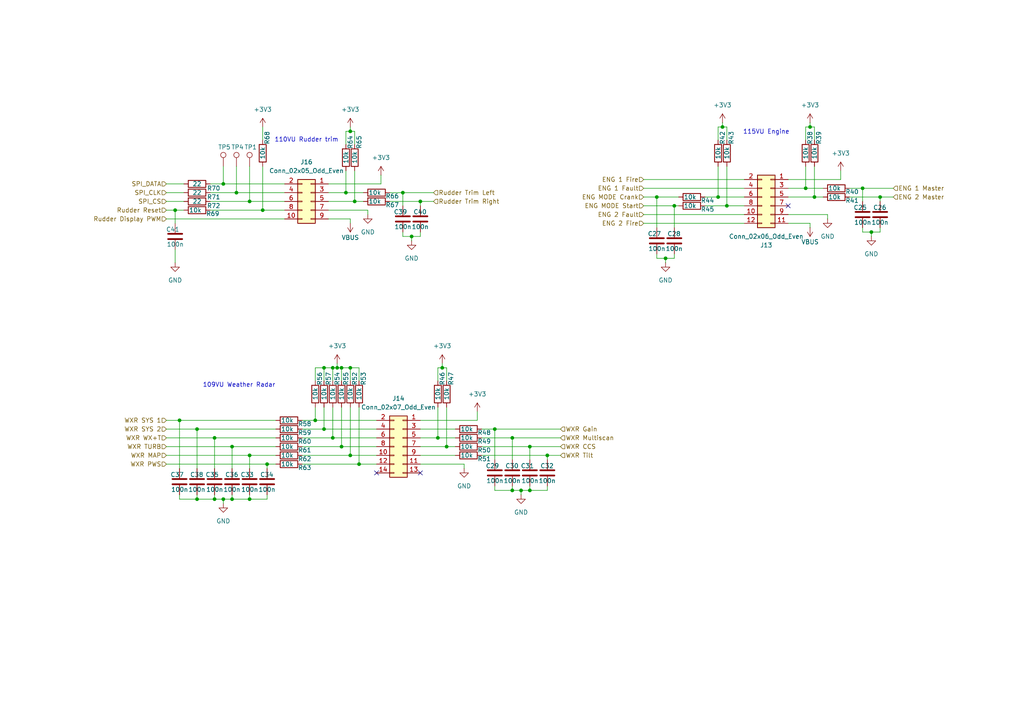
<source format=kicad_sch>
(kicad_sch (version 20231120) (generator "eeschema") (generator_version "8.0")
  (paper "A4")
  (junction (at 153.67 129.54))
  (junction (at 236.22 57.15))
  (junction (at 148.59 142.24))
  (junction (at 195.58 59.69))
  (junction (at 50.8 60.96))
  (junction (at 64.77 53.34))
  (junction (at 148.59 127))
  (junction (at 91.44 121.92))
  (junction (at 119.38 68.58))
  (junction (at 52.07 121.92))
  (junction (at 233.68 54.61))
  (junction (at 153.67 142.24))
  (junction (at 104.14 134.62))
  (junction (at 102.87 58.42))
  (junction (at 93.98 124.46))
  (junction (at 72.39 58.42))
  (junction (at 250.19 54.61))
  (junction (at 97.79 106.68))
  (junction (at 208.28 57.15))
  (junction (at 67.31 144.78))
  (junction (at 57.15 124.46))
  (junction (at 99.06 106.68))
  (junction (at 128.27 106.68))
  (junction (at 101.6 106.68))
  (junction (at 158.75 132.08))
  (junction (at 193.04 74.93))
  (junction (at 67.31 129.54))
  (junction (at 127 127))
  (junction (at 151.13 142.24))
  (junction (at 234.95 36.83))
  (junction (at 62.23 144.78))
  (junction (at 210.82 59.69))
  (junction (at 255.27 57.15))
  (junction (at 209.55 36.83))
  (junction (at 77.47 134.62))
  (junction (at 101.6 38.1))
  (junction (at 129.54 129.54))
  (junction (at 76.2 60.96))
  (junction (at 96.52 127))
  (junction (at 64.77 144.78))
  (junction (at 190.5 57.15))
  (junction (at 121.92 58.42))
  (junction (at 72.39 132.08))
  (junction (at 96.52 106.68))
  (junction (at 57.15 144.78))
  (junction (at 72.39 144.78))
  (junction (at 100.33 55.88))
  (junction (at 143.51 124.46))
  (junction (at 68.58 55.88))
  (junction (at 101.6 132.08))
  (junction (at 62.23 127))
  (junction (at 116.84 55.88))
  (junction (at 252.73 67.31))
  (junction (at 99.06 129.54))
  (junction (at 93.98 106.68))
  (no_connect (at 121.92 137.16))
  (no_connect (at 109.22 137.16))
  (no_connect (at 228.6 59.69))
  (wire (pts (xy 255.27 67.31) (xy 252.73 67.31)))
  (wire (pts (xy 138.43 119.38) (xy 138.43 121.92)))
  (wire (pts (xy 148.59 127) (xy 148.59 133.35)))
  (wire (pts (xy 72.39 132.08) (xy 80.01 132.08)))
  (wire (pts (xy 158.75 132.08) (xy 158.75 133.35)))
  (wire (pts (xy 236.22 48.26) (xy 236.22 57.15)))
  (wire (pts (xy 95.25 63.5) (xy 101.6 63.5)))
  (wire (pts (xy 52.07 144.78) (xy 57.15 144.78)))
  (wire (pts (xy 95.25 53.34) (xy 110.49 53.34)))
  (wire (pts (xy 93.98 124.46) (xy 109.22 124.46)))
  (wire (pts (xy 60.96 53.34) (xy 64.77 53.34)))
  (wire (pts (xy 76.2 36.83) (xy 76.2 40.64)))
  (wire (pts (xy 77.47 134.62) (xy 80.01 134.62)))
  (wire (pts (xy 101.6 38.1) (xy 101.6 36.83)))
  (wire (pts (xy 116.84 68.58) (xy 116.84 67.31)))
  (wire (pts (xy 139.7 129.54) (xy 153.67 129.54)))
  (wire (pts (xy 101.6 106.68) (xy 101.6 110.49)))
  (wire (pts (xy 50.8 60.96) (xy 53.34 60.96)))
  (wire (pts (xy 186.69 64.77) (xy 215.9 64.77)))
  (wire (pts (xy 252.73 67.31) (xy 250.19 67.31)))
  (wire (pts (xy 204.47 59.69) (xy 210.82 59.69)))
  (wire (pts (xy 95.25 58.42) (xy 102.87 58.42)))
  (wire (pts (xy 121.92 121.92) (xy 138.43 121.92)))
  (wire (pts (xy 113.03 58.42) (xy 121.92 58.42)))
  (wire (pts (xy 95.25 60.96) (xy 106.68 60.96)))
  (wire (pts (xy 67.31 129.54) (xy 67.31 135.89)))
  (wire (pts (xy 67.31 144.78) (xy 64.77 144.78)))
  (wire (pts (xy 158.75 142.24) (xy 153.67 142.24)))
  (wire (pts (xy 72.39 132.08) (xy 72.39 135.89)))
  (wire (pts (xy 121.92 58.42) (xy 121.92 59.69)))
  (wire (pts (xy 91.44 121.92) (xy 109.22 121.92)))
  (wire (pts (xy 48.26 55.88) (xy 53.34 55.88)))
  (wire (pts (xy 101.6 118.11) (xy 101.6 132.08)))
  (wire (pts (xy 121.92 124.46) (xy 132.08 124.46)))
  (wire (pts (xy 236.22 57.15) (xy 238.76 57.15)))
  (wire (pts (xy 101.6 64.77) (xy 101.6 63.5)))
  (wire (pts (xy 209.55 36.83) (xy 209.55 35.56)))
  (wire (pts (xy 134.62 134.62) (xy 134.62 135.89)))
  (wire (pts (xy 246.38 54.61) (xy 250.19 54.61)))
  (wire (pts (xy 99.06 118.11) (xy 99.06 129.54)))
  (wire (pts (xy 104.14 134.62) (xy 109.22 134.62)))
  (wire (pts (xy 77.47 144.78) (xy 72.39 144.78)))
  (wire (pts (xy 106.68 60.96) (xy 106.68 62.23)))
  (wire (pts (xy 48.26 129.54) (xy 67.31 129.54)))
  (wire (pts (xy 48.26 134.62) (xy 77.47 134.62)))
  (wire (pts (xy 139.7 127) (xy 148.59 127)))
  (wire (pts (xy 87.63 121.92) (xy 91.44 121.92)))
  (wire (pts (xy 102.87 41.91) (xy 102.87 38.1)))
  (wire (pts (xy 250.19 54.61) (xy 259.08 54.61)))
  (wire (pts (xy 57.15 144.78) (xy 62.23 144.78)))
  (wire (pts (xy 127 110.49) (xy 127 106.68)))
  (wire (pts (xy 62.23 127) (xy 80.01 127)))
  (wire (pts (xy 195.58 59.69) (xy 196.85 59.69)))
  (wire (pts (xy 62.23 143.51) (xy 62.23 144.78)))
  (wire (pts (xy 153.67 140.97) (xy 153.67 142.24)))
  (wire (pts (xy 64.77 53.34) (xy 82.55 53.34)))
  (wire (pts (xy 91.44 118.11) (xy 91.44 121.92)))
  (wire (pts (xy 127 106.68) (xy 128.27 106.68)))
  (wire (pts (xy 210.82 36.83) (xy 209.55 36.83)))
  (wire (pts (xy 52.07 121.92) (xy 80.01 121.92)))
  (wire (pts (xy 119.38 68.58) (xy 116.84 68.58)))
  (wire (pts (xy 228.6 54.61) (xy 233.68 54.61)))
  (wire (pts (xy 121.92 132.08) (xy 132.08 132.08)))
  (wire (pts (xy 101.6 106.68) (xy 99.06 106.68)))
  (wire (pts (xy 72.39 143.51) (xy 72.39 144.78)))
  (wire (pts (xy 116.84 55.88) (xy 125.73 55.88)))
  (wire (pts (xy 195.58 74.93) (xy 193.04 74.93)))
  (wire (pts (xy 228.6 64.77) (xy 234.95 64.77)))
  (wire (pts (xy 236.22 36.83) (xy 234.95 36.83)))
  (wire (pts (xy 233.68 54.61) (xy 238.76 54.61)))
  (wire (pts (xy 208.28 48.26) (xy 208.28 57.15)))
  (wire (pts (xy 121.92 68.58) (xy 119.38 68.58)))
  (wire (pts (xy 68.58 48.26) (xy 68.58 55.88)))
  (wire (pts (xy 87.63 124.46) (xy 93.98 124.46)))
  (wire (pts (xy 193.04 74.93) (xy 190.5 74.93)))
  (wire (pts (xy 186.69 54.61) (xy 215.9 54.61)))
  (wire (pts (xy 99.06 106.68) (xy 99.06 110.49)))
  (wire (pts (xy 57.15 143.51) (xy 57.15 144.78)))
  (wire (pts (xy 186.69 62.23) (xy 215.9 62.23)))
  (wire (pts (xy 50.8 72.39) (xy 50.8 76.2)))
  (wire (pts (xy 148.59 127) (xy 162.56 127)))
  (wire (pts (xy 129.54 106.68) (xy 128.27 106.68)))
  (wire (pts (xy 64.77 144.78) (xy 64.77 146.05)))
  (wire (pts (xy 233.68 40.64) (xy 233.68 36.83)))
  (wire (pts (xy 121.92 127) (xy 127 127)))
  (wire (pts (xy 96.52 118.11) (xy 96.52 127)))
  (wire (pts (xy 48.26 121.92) (xy 52.07 121.92)))
  (wire (pts (xy 99.06 106.68) (xy 97.79 106.68)))
  (wire (pts (xy 93.98 118.11) (xy 93.98 124.46)))
  (wire (pts (xy 139.7 124.46) (xy 143.51 124.46)))
  (wire (pts (xy 228.6 57.15) (xy 236.22 57.15)))
  (wire (pts (xy 246.38 57.15) (xy 255.27 57.15)))
  (wire (pts (xy 93.98 106.68) (xy 96.52 106.68)))
  (wire (pts (xy 250.19 67.31) (xy 250.19 66.04)))
  (wire (pts (xy 250.19 54.61) (xy 250.19 58.42)))
  (wire (pts (xy 252.73 68.58) (xy 252.73 67.31)))
  (wire (pts (xy 60.96 60.96) (xy 76.2 60.96)))
  (wire (pts (xy 228.6 62.23) (xy 240.03 62.23)))
  (wire (pts (xy 87.63 132.08) (xy 101.6 132.08)))
  (wire (pts (xy 210.82 40.64) (xy 210.82 36.83)))
  (wire (pts (xy 104.14 110.49) (xy 104.14 106.68)))
  (wire (pts (xy 77.47 134.62) (xy 77.47 135.89)))
  (wire (pts (xy 113.03 55.88) (xy 116.84 55.88)))
  (wire (pts (xy 102.87 49.53) (xy 102.87 58.42)))
  (wire (pts (xy 48.26 60.96) (xy 50.8 60.96)))
  (wire (pts (xy 68.58 55.88) (xy 82.55 55.88)))
  (wire (pts (xy 128.27 106.68) (xy 128.27 105.41)))
  (wire (pts (xy 243.84 49.53) (xy 243.84 52.07)))
  (wire (pts (xy 91.44 110.49) (xy 91.44 106.68)))
  (wire (pts (xy 186.69 59.69) (xy 195.58 59.69)))
  (wire (pts (xy 100.33 41.91) (xy 100.33 38.1)))
  (wire (pts (xy 193.04 76.2) (xy 193.04 74.93)))
  (wire (pts (xy 93.98 110.49) (xy 93.98 106.68)))
  (wire (pts (xy 143.51 124.46) (xy 162.56 124.46)))
  (wire (pts (xy 110.49 50.8) (xy 110.49 53.34)))
  (wire (pts (xy 72.39 48.26) (xy 72.39 58.42)))
  (wire (pts (xy 208.28 57.15) (xy 215.9 57.15)))
  (wire (pts (xy 228.6 52.07) (xy 243.84 52.07)))
  (wire (pts (xy 48.26 63.5) (xy 82.55 63.5)))
  (wire (pts (xy 153.67 129.54) (xy 153.67 133.35)))
  (wire (pts (xy 100.33 38.1) (xy 101.6 38.1)))
  (wire (pts (xy 129.54 110.49) (xy 129.54 106.68)))
  (wire (pts (xy 72.39 58.42) (xy 82.55 58.42)))
  (wire (pts (xy 52.07 143.51) (xy 52.07 144.78)))
  (wire (pts (xy 121.92 134.62) (xy 134.62 134.62)))
  (wire (pts (xy 190.5 57.15) (xy 196.85 57.15)))
  (wire (pts (xy 48.26 124.46) (xy 57.15 124.46)))
  (wire (pts (xy 104.14 118.11) (xy 104.14 134.62)))
  (wire (pts (xy 121.92 67.31) (xy 121.92 68.58)))
  (wire (pts (xy 99.06 129.54) (xy 109.22 129.54)))
  (wire (pts (xy 64.77 48.26) (xy 64.77 53.34)))
  (wire (pts (xy 48.26 53.34) (xy 53.34 53.34)))
  (wire (pts (xy 143.51 142.24) (xy 148.59 142.24)))
  (wire (pts (xy 151.13 142.24) (xy 151.13 143.51)))
  (wire (pts (xy 102.87 58.42) (xy 105.41 58.42)))
  (wire (pts (xy 127 127) (xy 132.08 127)))
  (wire (pts (xy 143.51 124.46) (xy 143.51 133.35)))
  (wire (pts (xy 153.67 129.54) (xy 162.56 129.54)))
  (wire (pts (xy 158.75 140.97) (xy 158.75 142.24)))
  (wire (pts (xy 233.68 48.26) (xy 233.68 54.61)))
  (wire (pts (xy 210.82 59.69) (xy 215.9 59.69)))
  (wire (pts (xy 87.63 127) (xy 96.52 127)))
  (wire (pts (xy 87.63 129.54) (xy 99.06 129.54)))
  (wire (pts (xy 210.82 48.26) (xy 210.82 59.69)))
  (wire (pts (xy 52.07 121.92) (xy 52.07 135.89)))
  (wire (pts (xy 153.67 142.24) (xy 151.13 142.24)))
  (wire (pts (xy 87.63 134.62) (xy 104.14 134.62)))
  (wire (pts (xy 67.31 129.54) (xy 80.01 129.54)))
  (wire (pts (xy 139.7 132.08) (xy 158.75 132.08)))
  (wire (pts (xy 48.26 58.42) (xy 53.34 58.42)))
  (wire (pts (xy 121.92 129.54) (xy 129.54 129.54)))
  (wire (pts (xy 102.87 38.1) (xy 101.6 38.1)))
  (wire (pts (xy 60.96 55.88) (xy 68.58 55.88)))
  (wire (pts (xy 234.95 66.04) (xy 234.95 64.77)))
  (wire (pts (xy 60.96 58.42) (xy 72.39 58.42)))
  (wire (pts (xy 129.54 118.11) (xy 129.54 129.54)))
  (wire (pts (xy 62.23 144.78) (xy 64.77 144.78)))
  (wire (pts (xy 100.33 49.53) (xy 100.33 55.88)))
  (wire (pts (xy 255.27 57.15) (xy 259.08 57.15)))
  (wire (pts (xy 104.14 106.68) (xy 101.6 106.68)))
  (wire (pts (xy 129.54 129.54) (xy 132.08 129.54)))
  (wire (pts (xy 143.51 140.97) (xy 143.51 142.24)))
  (wire (pts (xy 148.59 142.24) (xy 151.13 142.24)))
  (wire (pts (xy 255.27 66.04) (xy 255.27 67.31)))
  (wire (pts (xy 97.79 106.68) (xy 97.79 105.41)))
  (wire (pts (xy 48.26 127) (xy 62.23 127)))
  (wire (pts (xy 57.15 124.46) (xy 57.15 135.89)))
  (wire (pts (xy 57.15 124.46) (xy 80.01 124.46)))
  (wire (pts (xy 119.38 69.85) (xy 119.38 68.58)))
  (wire (pts (xy 91.44 106.68) (xy 93.98 106.68)))
  (wire (pts (xy 186.69 52.07) (xy 215.9 52.07)))
  (wire (pts (xy 195.58 59.69) (xy 195.58 66.04)))
  (wire (pts (xy 96.52 106.68) (xy 97.79 106.68)))
  (wire (pts (xy 95.25 55.88) (xy 100.33 55.88)))
  (wire (pts (xy 190.5 74.93) (xy 190.5 73.66)))
  (wire (pts (xy 67.31 143.51) (xy 67.31 144.78)))
  (wire (pts (xy 96.52 127) (xy 109.22 127)))
  (wire (pts (xy 195.58 73.66) (xy 195.58 74.93)))
  (wire (pts (xy 186.69 57.15) (xy 190.5 57.15)))
  (wire (pts (xy 234.95 36.83) (xy 234.95 35.56)))
  (wire (pts (xy 48.26 132.08) (xy 72.39 132.08)))
  (wire (pts (xy 208.28 36.83) (xy 209.55 36.83)))
  (wire (pts (xy 208.28 40.64) (xy 208.28 36.83)))
  (wire (pts (xy 77.47 143.51) (xy 77.47 144.78)))
  (wire (pts (xy 233.68 36.83) (xy 234.95 36.83)))
  (wire (pts (xy 158.75 132.08) (xy 162.56 132.08)))
  (wire (pts (xy 76.2 60.96) (xy 82.55 60.96)))
  (wire (pts (xy 72.39 144.78) (xy 67.31 144.78)))
  (wire (pts (xy 240.03 62.23) (xy 240.03 63.5)))
  (wire (pts (xy 121.92 58.42) (xy 125.73 58.42)))
  (wire (pts (xy 116.84 55.88) (xy 116.84 59.69)))
  (wire (pts (xy 204.47 57.15) (xy 208.28 57.15)))
  (wire (pts (xy 62.23 127) (xy 62.23 135.89)))
  (wire (pts (xy 100.33 55.88) (xy 105.41 55.88)))
  (wire (pts (xy 101.6 132.08) (xy 109.22 132.08)))
  (wire (pts (xy 50.8 64.77) (xy 50.8 60.96)))
  (wire (pts (xy 127 118.11) (xy 127 127)))
  (wire (pts (xy 148.59 140.97) (xy 148.59 142.24)))
  (wire (pts (xy 96.52 110.49) (xy 96.52 106.68)))
  (wire (pts (xy 236.22 40.64) (xy 236.22 36.83)))
  (wire (pts (xy 255.27 57.15) (xy 255.27 58.42)))
  (wire (pts (xy 190.5 66.04) (xy 190.5 57.15)))
  (wire (pts (xy 76.2 48.26) (xy 76.2 60.96)))
  (text "110VU Rudder trim" (at 88.9 40.64 0) (effects (font (size 1.27 1.27))))
  (text "115VU Engine" (at 222.25 38.354 0) (effects (font (size 1.27 1.27))))
  (text "109VU Weather Radar" (at 69.342 111.76 0) (effects (font (size 1.27 1.27))))
  (hierarchical_label "ENG 1 Master" (shape input) (at 259.08 54.61 0))
  (hierarchical_label "ENG 2 Master" (shape input) (at 259.08 57.15 0))
  (hierarchical_label "ENG 2 Fire" (shape input) (at 186.69 64.77 180))
  (hierarchical_label "WXR WX+T" (shape input) (at 48.26 127 180))
  (hierarchical_label "WXR Multiscan" (shape input) (at 162.56 127 0))
  (hierarchical_label "WXR Gain" (shape input) (at 162.56 124.46 0))
  (hierarchical_label "WXR TURB" (shape input) (at 48.26 129.54 180))
  (hierarchical_label "ENG 2 Fault" (shape input) (at 186.69 62.23 180))
  (hierarchical_label "ENG 1 Fault" (shape input) (at 186.69 54.61 180))
  (hierarchical_label "WXR CCS" (shape input) (at 162.56 129.54 0))
  (hierarchical_label "SPI_CS" (shape input) (at 48.26 58.42 180))
  (hierarchical_label "WXR SYS 2" (shape input) (at 48.26 124.46 180))
  (hierarchical_label "ENG MODE Start" (shape input) (at 186.69 59.69 180))
  (hierarchical_label "ENG 1 Fire" (shape input) (at 186.69 52.07 180))
  (hierarchical_label "WXR MAP" (shape input) (at 48.26 132.08 180))
  (hierarchical_label "SPI_DATA" (shape input) (at 48.26 53.34 180))
  (hierarchical_label "WXR SYS 1" (shape input) (at 48.26 121.92 180))
  (hierarchical_label "Rudder Display PWM" (shape input) (at 48.26 63.5 180))
  (hierarchical_label "ENG MODE Crank" (shape input) (at 186.69 57.15 180))
  (hierarchical_label "Rudder Trim Right" (shape input) (at 125.73 58.42 0))
  (hierarchical_label "WXR PWS" (shape input) (at 48.26 134.62 180))
  (hierarchical_label "WXR Tilt" (shape input) (at 162.56 132.08 0))
  (hierarchical_label "Rudder Reset" (shape input) (at 48.26 60.96 180))
  (hierarchical_label "Rudder Trim Left" (shape input) (at 125.73 55.88 0))
  (hierarchical_label "SPI_CLK" (shape input) (at 48.26 55.88 180))
  (symbol (lib_id "Device:C") (at 50.8 68.58 0) (mirror x) (unit 1)
    (property "Reference" "C41" (at 52.07 66.548 0) (effects (justify right)))
    (property "Value" "100n" (at 53.34 70.866 0) (effects (justify right)))
    (property "Footprint" "Capacitor_SMD:C_0603_1608Metric" (effects (hide yes)))
    (property "Datasheet" "https://www.lcsc.com/datasheet/lcsc_datasheet_2211101700_YAGEO-CC0603KRX7R9BB104_C14663.pdf" (effects (hide yes)))
    (property "Description" "Unpolarized capacitor" (effects (hide yes)))
    (property "JLCPCB Part" "C14663" (effects (hide yes)))
    (property "Manufracturer" "YAGEO" (effects (hide yes)))
    (property "Manufracturer Part Number" "CC0603KRX7R9BB104" (effects (hide yes)))
  )
  (symbol (lib_id "Device:R") (at 83.82 121.92 270) (mirror x) (unit 1)
    (property "Reference" "R58" (at 88.392 122.936 90))
    (property "Value" "10k" (at 83.312 121.92 90))
    (property "Footprint" "Resistor_SMD:R_0603_1608Metric" (effects (hide yes)))
    (property "Datasheet" "https://www.lcsc.com/datasheet/lcsc_datasheet_2206010045_UNI-ROYAL-Uniroyal-Elec-0603WAF1002T5E_C25804.pdf" (effects (hide yes)))
    (property "Description" "Resistor" (effects (hide yes)))
    (property "JLCPCB Part" "C25804" (effects (hide yes)))
    (property "Manufracturer" "UNI-ROYAL(Uniroyal Elec)" (effects (hide yes)))
    (property "Manufracturer Part Number" "0603WAF1002T5E" (effects (hide yes)))
  )
  (symbol (lib_id "power:GND") (at 240.03 63.5 0) (unit 1)
    (property "Reference" "#PWR056" (effects (hide yes)))
    (property "Value" "GND" (at 240.03 68.58 0))
  )
  (symbol (lib_id "Device:R") (at 100.33 45.72 0) (mirror x) (unit 1)
    (property "Reference" "R64" (at 101.6 43.18 90) (effects (justify right)))
    (property "Value" "10k" (at 100.33 47.498 90) (effects (justify right)))
    (property "Footprint" "Resistor_SMD:R_0603_1608Metric" (effects (hide yes)))
    (property "Datasheet" "https://www.lcsc.com/datasheet/lcsc_datasheet_2206010045_UNI-ROYAL-Uniroyal-Elec-0603WAF1002T5E_C25804.pdf" (effects (hide yes)))
    (property "Description" "Resistor" (effects (hide yes)))
    (property "JLCPCB Part" "C25804" (effects (hide yes)))
    (property "Manufracturer" "UNI-ROYAL(Uniroyal Elec)" (effects (hide yes)))
    (property "Manufracturer Part Number" "0603WAF1002T5E" (effects (hide yes)))
  )
  (symbol (lib_id "power:+3V3") (at 110.49 50.8 0) (unit 1)
    (property "Reference" "#PWR073" (effects (hide yes)))
    (property "Value" "+3V3" (at 110.49 45.72 0))
  )
  (symbol (lib_id "Device:R") (at 135.89 124.46 270) (mirror x) (unit 1)
    (property "Reference" "R48" (at 140.462 125.476 90))
    (property "Value" "10k" (at 135.382 124.46 90))
    (property "Footprint" "Resistor_SMD:R_0603_1608Metric" (effects (hide yes)))
    (property "Datasheet" "https://www.lcsc.com/datasheet/lcsc_datasheet_2206010045_UNI-ROYAL-Uniroyal-Elec-0603WAF1002T5E_C25804.pdf" (effects (hide yes)))
    (property "Description" "Resistor" (effects (hide yes)))
    (property "JLCPCB Part" "C25804" (effects (hide yes)))
    (property "Manufracturer" "UNI-ROYAL(Uniroyal Elec)" (effects (hide yes)))
    (property "Manufracturer Part Number" "0603WAF1002T5E" (effects (hide yes)))
  )
  (symbol (lib_id "Device:C") (at 158.75 137.16 180) (unit 1)
    (property "Reference" "C32" (at 156.718 135.128 0) (effects (justify right)))
    (property "Value" "100n" (at 156.21 139.446 0) (effects (justify right)))
    (property "Footprint" "Capacitor_SMD:C_0603_1608Metric" (effects (hide yes)))
    (property "Datasheet" "https://www.lcsc.com/datasheet/lcsc_datasheet_2211101700_YAGEO-CC0603KRX7R9BB104_C14663.pdf" (effects (hide yes)))
    (property "Description" "Unpolarized capacitor" (effects (hide yes)))
    (property "JLCPCB Part" "C14663" (effects (hide yes)))
    (property "Manufracturer" "YAGEO" (effects (hide yes)))
    (property "Manufracturer Part Number" "CC0603KRX7R9BB104" (effects (hide yes)))
  )
  (symbol (lib_id "Device:R") (at 76.2 44.45 180) (unit 1)
    (property "Reference" "R68" (at 77.47 41.91 90) (effects (justify right)))
    (property "Value" "10k" (at 76.2 46.228 90) (effects (justify right)))
    (property "Footprint" "Resistor_SMD:R_0603_1608Metric" (effects (hide yes)))
    (property "Datasheet" "https://www.lcsc.com/datasheet/lcsc_datasheet_2206010045_UNI-ROYAL-Uniroyal-Elec-0603WAF1002T5E_C25804.pdf" (effects (hide yes)))
    (property "Description" "Resistor" (effects (hide yes)))
    (property "JLCPCB Part" "C25804" (effects (hide yes)))
    (property "Manufracturer" "UNI-ROYAL(Uniroyal Elec)" (effects (hide yes)))
    (property "Manufracturer Part Number" "0603WAF1002T5E" (effects (hide yes)))
  )
  (symbol (lib_id "Device:R") (at 96.52 114.3 0) (mirror x) (unit 1)
    (property "Reference" "R54" (at 97.79 111.76 90) (effects (justify right)))
    (property "Value" "10k" (at 96.52 116.078 90) (effects (justify right)))
    (property "Footprint" "Resistor_SMD:R_0603_1608Metric" (effects (hide yes)))
    (property "Datasheet" "https://www.lcsc.com/datasheet/lcsc_datasheet_2206010045_UNI-ROYAL-Uniroyal-Elec-0603WAF1002T5E_C25804.pdf" (effects (hide yes)))
    (property "Description" "Resistor" (effects (hide yes)))
    (property "JLCPCB Part" "C25804" (effects (hide yes)))
    (property "Manufracturer" "UNI-ROYAL(Uniroyal Elec)" (effects (hide yes)))
    (property "Manufracturer Part Number" "0603WAF1002T5E" (effects (hide yes)))
  )
  (symbol (lib_id "power:GND") (at 252.73 68.58 0) (unit 1)
    (property "Reference" "#PWR057" (effects (hide yes)))
    (property "Value" "GND" (at 252.73 73.66 0))
  )
  (symbol (lib_id "Device:R") (at 233.68 44.45 0) (mirror x) (unit 1)
    (property "Reference" "R38" (at 234.95 41.91 90) (effects (justify right)))
    (property "Value" "10k" (at 233.68 46.228 90) (effects (justify right)))
    (property "Footprint" "Resistor_SMD:R_0603_1608Metric" (effects (hide yes)))
    (property "Datasheet" "https://www.lcsc.com/datasheet/lcsc_datasheet_2206010045_UNI-ROYAL-Uniroyal-Elec-0603WAF1002T5E_C25804.pdf" (effects (hide yes)))
    (property "Description" "Resistor" (effects (hide yes)))
    (property "JLCPCB Part" "C25804" (effects (hide yes)))
    (property "Manufracturer" "UNI-ROYAL(Uniroyal Elec)" (effects (hide yes)))
    (property "Manufracturer Part Number" "0603WAF1002T5E" (effects (hide yes)))
  )
  (symbol (lib_id "Device:C") (at 148.59 137.16 180) (unit 1)
    (property "Reference" "C30" (at 146.558 135.128 0) (effects (justify right)))
    (property "Value" "100n" (at 146.05 139.446 0) (effects (justify right)))
    (property "Footprint" "Capacitor_SMD:C_0603_1608Metric" (effects (hide yes)))
    (property "Datasheet" "https://www.lcsc.com/datasheet/lcsc_datasheet_2211101700_YAGEO-CC0603KRX7R9BB104_C14663.pdf" (effects (hide yes)))
    (property "Description" "Unpolarized capacitor" (effects (hide yes)))
    (property "JLCPCB Part" "C14663" (effects (hide yes)))
    (property "Manufracturer" "YAGEO" (effects (hide yes)))
    (property "Manufracturer Part Number" "CC0603KRX7R9BB104" (effects (hide yes)))
  )
  (symbol (lib_id "power:GND") (at 50.8 76.2 0) (unit 1)
    (property "Reference" "#PWR076" (effects (hide yes)))
    (property "Value" "GND" (at 50.8 81.28 0))
  )
  (symbol (lib_id "power:+3V3") (at 209.55 35.56 0) (unit 1)
    (property "Reference" "#PWR059" (effects (hide yes)))
    (property "Value" "+3V3" (at 209.55 30.48 0))
  )
  (symbol (lib_id "Device:R") (at 208.28 44.45 0) (mirror x) (unit 1)
    (property "Reference" "R42" (at 209.55 41.91 90) (effects (justify right)))
    (property "Value" "10k" (at 208.28 46.228 90) (effects (justify right)))
    (property "Footprint" "Resistor_SMD:R_0603_1608Metric" (effects (hide yes)))
    (property "Datasheet" "https://www.lcsc.com/datasheet/lcsc_datasheet_2206010045_UNI-ROYAL-Uniroyal-Elec-0603WAF1002T5E_C25804.pdf" (effects (hide yes)))
    (property "Description" "Resistor" (effects (hide yes)))
    (property "JLCPCB Part" "C25804" (effects (hide yes)))
    (property "Manufracturer" "UNI-ROYAL(Uniroyal Elec)" (effects (hide yes)))
    (property "Manufracturer Part Number" "0603WAF1002T5E" (effects (hide yes)))
  )
  (symbol (lib_id "power:GND") (at 193.04 76.2 0) (unit 1)
    (property "Reference" "#PWR060" (effects (hide yes)))
    (property "Value" "GND" (at 193.04 81.28 0))
  )
  (symbol (lib_id "power:GND") (at 106.68 62.23 0) (unit 1)
    (property "Reference" "#PWR072" (effects (hide yes)))
    (property "Value" "GND" (at 106.68 67.31 0))
  )
  (symbol (lib_id "Connector:TestPoint") (at 68.58 48.26 0) (mirror y) (unit 1)
    (property "Reference" "TP4" (at 67.056 42.672 0) (effects (justify right)))
    (property "Value" "TestPoint" (effects (hide yes)))
    (property "Footprint" "TestPoint:TestPoint_Pad_D1.5mm" (effects (hide yes)))
    (property "Description" "test point" (effects (hide yes)))
  )
  (symbol (lib_id "power:VBUS") (at 101.6 64.77 180) (unit 1)
    (property "Reference" "#PWR071" (effects (hide yes)))
    (property "Value" "VBUS" (at 101.6 68.9031 0))
  )
  (symbol (lib_id "Device:R") (at 129.54 114.3 180) (unit 1)
    (property "Reference" "R47" (at 130.81 111.76 90) (effects (justify right)))
    (property "Value" "10k" (at 129.54 116.078 90) (effects (justify right)))
    (property "Footprint" "Resistor_SMD:R_0603_1608Metric" (effects (hide yes)))
    (property "Datasheet" "https://www.lcsc.com/datasheet/lcsc_datasheet_2206010045_UNI-ROYAL-Uniroyal-Elec-0603WAF1002T5E_C25804.pdf" (effects (hide yes)))
    (property "Description" "Resistor" (effects (hide yes)))
    (property "JLCPCB Part" "C25804" (effects (hide yes)))
    (property "Manufracturer" "UNI-ROYAL(Uniroyal Elec)" (effects (hide yes)))
    (property "Manufracturer Part Number" "0603WAF1002T5E" (effects (hide yes)))
  )
  (symbol (lib_id "Device:R") (at 135.89 127 90) (unit 1)
    (property "Reference" "R49" (at 140.462 128.016 90))
    (property "Value" "10k" (at 135.382 127 90))
    (property "Footprint" "Resistor_SMD:R_0603_1608Metric" (effects (hide yes)))
    (property "Datasheet" "https://www.lcsc.com/datasheet/lcsc_datasheet_2206010045_UNI-ROYAL-Uniroyal-Elec-0603WAF1002T5E_C25804.pdf" (effects (hide yes)))
    (property "Description" "Resistor" (effects (hide yes)))
    (property "JLCPCB Part" "C25804" (effects (hide yes)))
    (property "Manufracturer" "UNI-ROYAL(Uniroyal Elec)" (effects (hide yes)))
    (property "Manufracturer Part Number" "0603WAF1002T5E" (effects (hide yes)))
  )
  (symbol (lib_id "Device:R") (at 83.82 134.62 90) (unit 1)
    (property "Reference" "R63" (at 88.392 135.636 90))
    (property "Value" "10k" (at 83.312 134.62 90))
    (property "Footprint" "Resistor_SMD:R_0603_1608Metric" (effects (hide yes)))
    (property "Datasheet" "https://www.lcsc.com/datasheet/lcsc_datasheet_2206010045_UNI-ROYAL-Uniroyal-Elec-0603WAF1002T5E_C25804.pdf" (effects (hide yes)))
    (property "Description" "Resistor" (effects (hide yes)))
    (property "JLCPCB Part" "C25804" (effects (hide yes)))
    (property "Manufracturer" "UNI-ROYAL(Uniroyal Elec)" (effects (hide yes)))
    (property "Manufracturer Part Number" "0603WAF1002T5E" (effects (hide yes)))
  )
  (symbol (lib_id "Device:R") (at 109.22 58.42 90) (unit 1)
    (property "Reference" "R67" (at 113.792 59.436 90))
    (property "Value" "10k" (at 108.712 58.42 90))
    (property "Footprint" "Resistor_SMD:R_0603_1608Metric" (effects (hide yes)))
    (property "Datasheet" "https://www.lcsc.com/datasheet/lcsc_datasheet_2206010045_UNI-ROYAL-Uniroyal-Elec-0603WAF1002T5E_C25804.pdf" (effects (hide yes)))
    (property "Description" "Resistor" (effects (hide yes)))
    (property "JLCPCB Part" "C25804" (effects (hide yes)))
    (property "Manufracturer" "UNI-ROYAL(Uniroyal Elec)" (effects (hide yes)))
    (property "Manufracturer Part Number" "0603WAF1002T5E" (effects (hide yes)))
  )
  (symbol (lib_id "Device:R") (at 57.15 60.96 90) (unit 1)
    (property "Reference" "R69" (at 61.722 61.976 90))
    (property "Value" "10k" (at 56.642 60.96 90))
    (property "Footprint" "Resistor_SMD:R_0603_1608Metric" (effects (hide yes)))
    (property "Datasheet" "https://www.lcsc.com/datasheet/lcsc_datasheet_2206010045_UNI-ROYAL-Uniroyal-Elec-0603WAF1002T5E_C25804.pdf" (effects (hide yes)))
    (property "Description" "Resistor" (effects (hide yes)))
    (property "JLCPCB Part" "C25804" (effects (hide yes)))
    (property "Manufracturer" "UNI-ROYAL(Uniroyal Elec)" (effects (hide yes)))
    (property "Manufracturer Part Number" "0603WAF1002T5E" (effects (hide yes)))
  )
  (symbol (lib_id "Device:R") (at 236.22 44.45 180) (unit 1)
    (property "Reference" "R39" (at 237.49 41.91 90) (effects (justify right)))
    (property "Value" "10k" (at 236.22 46.228 90) (effects (justify right)))
    (property "Footprint" "Resistor_SMD:R_0603_1608Metric" (effects (hide yes)))
    (property "Datasheet" "https://www.lcsc.com/datasheet/lcsc_datasheet_2206010045_UNI-ROYAL-Uniroyal-Elec-0603WAF1002T5E_C25804.pdf" (effects (hide yes)))
    (property "Description" "Resistor" (effects (hide yes)))
    (property "JLCPCB Part" "C25804" (effects (hide yes)))
    (property "Manufracturer" "UNI-ROYAL(Uniroyal Elec)" (effects (hide yes)))
    (property "Manufracturer Part Number" "0603WAF1002T5E" (effects (hide yes)))
  )
  (symbol (lib_id "Device:C") (at 77.47 139.7 180) (unit 1)
    (property "Reference" "C34" (at 75.438 137.668 0) (effects (justify right)))
    (property "Value" "100n" (at 74.93 141.986 0) (effects (justify right)))
    (property "Footprint" "Capacitor_SMD:C_0603_1608Metric" (effects (hide yes)))
    (property "Datasheet" "https://www.lcsc.com/datasheet/lcsc_datasheet_2211101700_YAGEO-CC0603KRX7R9BB104_C14663.pdf" (effects (hide yes)))
    (property "Description" "Unpolarized capacitor" (effects (hide yes)))
    (property "JLCPCB Part" "C14663" (effects (hide yes)))
    (property "Manufracturer" "YAGEO" (effects (hide yes)))
    (property "Manufracturer Part Number" "CC0603KRX7R9BB104" (effects (hide yes)))
  )
  (symbol (lib_id "Device:R") (at 57.15 53.34 90) (unit 1)
    (property "Reference" "R70" (at 61.976 54.61 90))
    (property "Value" "22" (at 57.15 53.34 90))
    (property "Footprint" "Resistor_SMD:R_0805_2012Metric" (effects (hide yes)))
    (property "Datasheet" "https://www.lcsc.com/datasheet/lcsc_datasheet_2205311900_UNI-ROYAL-Uniroyal-Elec-0805W8J0220T5E_C25295.pdf" (effects (hide yes)))
    (property "Description" "Resistor" (effects (hide yes)))
    (property "JLCPCB Part" "C25295" (effects (hide yes)))
    (property "Manufracturer" "UNI-ROYAL(Uniroyal Elec)" (effects (hide yes)))
    (property "Manufracturer Part Number" "0805W8J0220T5E" (effects (hide yes)))
  )
  (symbol (lib_id "Connector_Generic:Conn_02x05_Odd_Even") (at 90.17 58.42 0) (mirror y) (unit 1)
    (property "Reference" "J16" (at 88.9 46.99 0))
    (property "Value" "Conn_02x05_Odd_Even" (at 88.9 49.53 0))
    (property "Footprint" "Connector_IDC:IDC-Header_2x05_P2.54mm_Vertical" (effects (hide yes)))
    (property "Datasheet" "https://www.lcsc.com/datasheet/lcsc_datasheet_1810281612_BOOMELE-Boom-Precision-Elec-2-54-2-5P_C5665.pdf" (effects (hide yes)))
    (property "JLCPCB Part" "C5665" (effects (hide yes)))
    (property "Manufracturer" "BOOMELE(Boom Precision Elec)" (effects (hide yes)))
    (property "Manufracturer Part Number" "2.54-2*5P" (effects (hide yes)))
  )
  (symbol (lib_id "Device:R") (at 83.82 124.46 90) (unit 1)
    (property "Reference" "R59" (at 88.392 125.476 90))
    (property "Value" "10k" (at 83.312 124.46 90))
    (property "Footprint" "Resistor_SMD:R_0603_1608Metric" (effects (hide yes)))
    (property "Datasheet" "https://www.lcsc.com/datasheet/lcsc_datasheet_2206010045_UNI-ROYAL-Uniroyal-Elec-0603WAF1002T5E_C25804.pdf" (effects (hide yes)))
    (property "Description" "Resistor" (effects (hide yes)))
    (property "JLCPCB Part" "C25804" (effects (hide yes)))
    (property "Manufracturer" "UNI-ROYAL(Uniroyal Elec)" (effects (hide yes)))
    (property "Manufracturer Part Number" "0603WAF1002T5E" (effects (hide yes)))
  )
  (symbol (lib_id "Connector:TestPoint") (at 72.39 48.26 0) (mirror y) (unit 1)
    (property "Reference" "TP1" (at 70.866 42.672 0) (effects (justify right)))
    (property "Value" "TestPoint" (effects (hide yes)))
    (property "Footprint" "TestPoint:TestPoint_Pad_D1.5mm" (effects (hide yes)))
    (property "Description" "test point" (effects (hide yes)))
  )
  (symbol (lib_id "Device:C") (at 250.19 62.23 0) (mirror x) (unit 1)
    (property "Reference" "C25" (at 251.46 60.198 0) (effects (justify right)))
    (property "Value" "100n" (at 252.73 64.516 0) (effects (justify right)))
    (property "Footprint" "Capacitor_SMD:C_0603_1608Metric" (effects (hide yes)))
    (property "Datasheet" "https://www.lcsc.com/datasheet/lcsc_datasheet_2211101700_YAGEO-CC0603KRX7R9BB104_C14663.pdf" (effects (hide yes)))
    (property "Description" "Unpolarized capacitor" (effects (hide yes)))
    (property "JLCPCB Part" "C14663" (effects (hide yes)))
    (property "Manufracturer" "YAGEO" (effects (hide yes)))
    (property "Manufracturer Part Number" "CC0603KRX7R9BB104" (effects (hide yes)))
  )
  (symbol (lib_id "Device:R") (at 200.66 57.15 270) (mirror x) (unit 1)
    (property "Reference" "R44" (at 205.232 58.166 90))
    (property "Value" "10k" (at 200.152 57.15 90))
    (property "Footprint" "Resistor_SMD:R_0603_1608Metric" (effects (hide yes)))
    (property "Datasheet" "https://www.lcsc.com/datasheet/lcsc_datasheet_2206010045_UNI-ROYAL-Uniroyal-Elec-0603WAF1002T5E_C25804.pdf" (effects (hide yes)))
    (property "Description" "Resistor" (effects (hide yes)))
    (property "JLCPCB Part" "C25804" (effects (hide yes)))
    (property "Manufracturer" "UNI-ROYAL(Uniroyal Elec)" (effects (hide yes)))
    (property "Manufracturer Part Number" "0603WAF1002T5E" (effects (hide yes)))
  )
  (symbol (lib_id "Device:R") (at 99.06 114.3 180) (unit 1)
    (property "Reference" "R55" (at 100.33 111.76 90) (effects (justify right)))
    (property "Value" "10k" (at 99.06 116.078 90) (effects (justify right)))
    (property "Footprint" "Resistor_SMD:R_0603_1608Metric" (effects (hide yes)))
    (property "Datasheet" "https://www.lcsc.com/datasheet/lcsc_datasheet_2206010045_UNI-ROYAL-Uniroyal-Elec-0603WAF1002T5E_C25804.pdf" (effects (hide yes)))
    (property "Description" "Resistor" (effects (hide yes)))
    (property "JLCPCB Part" "C25804" (effects (hide yes)))
    (property "Manufracturer" "UNI-ROYAL(Uniroyal Elec)" (effects (hide yes)))
    (property "Manufracturer Part Number" "0603WAF1002T5E" (effects (hide yes)))
  )
  (symbol (lib_id "power:+3V3") (at 128.27 105.41 0) (unit 1)
    (property "Reference" "#PWR064" (effects (hide yes)))
    (property "Value" "+3V3" (at 128.27 100.33 0))
  )
  (symbol (lib_id "Device:R") (at 93.98 114.3 180) (unit 1)
    (property "Reference" "R57" (at 95.25 111.76 90) (effects (justify right)))
    (property "Value" "10k" (at 93.98 116.078 90) (effects (justify right)))
    (property "Footprint" "Resistor_SMD:R_0603_1608Metric" (effects (hide yes)))
    (property "Datasheet" "https://www.lcsc.com/datasheet/lcsc_datasheet_2206010045_UNI-ROYAL-Uniroyal-Elec-0603WAF1002T5E_C25804.pdf" (effects (hide yes)))
    (property "Description" "Resistor" (effects (hide yes)))
    (property "JLCPCB Part" "C25804" (effects (hide yes)))
    (property "Manufracturer" "UNI-ROYAL(Uniroyal Elec)" (effects (hide yes)))
    (property "Manufracturer Part Number" "0603WAF1002T5E" (effects (hide yes)))
  )
  (symbol (lib_id "power:+3V3") (at 243.84 49.53 0) (unit 1)
    (property "Reference" "#PWR054" (effects (hide yes)))
    (property "Value" "+3V3" (at 243.84 44.45 0))
  )
  (symbol (lib_id "power:+3V3") (at 234.95 35.56 0) (unit 1)
    (property "Reference" "#PWR058" (effects (hide yes)))
    (property "Value" "+3V3" (at 234.95 30.48 0))
  )
  (symbol (lib_id "power:GND") (at 119.38 69.85 0) (unit 1)
    (property "Reference" "#PWR074" (effects (hide yes)))
    (property "Value" "GND" (at 119.38 74.93 0))
  )
  (symbol (lib_id "Device:R") (at 200.66 59.69 90) (unit 1)
    (property "Reference" "R45" (at 205.232 60.706 90))
    (property "Value" "10k" (at 200.152 59.69 90))
    (property "Footprint" "Resistor_SMD:R_0603_1608Metric" (effects (hide yes)))
    (property "Datasheet" "https://www.lcsc.com/datasheet/lcsc_datasheet_2206010045_UNI-ROYAL-Uniroyal-Elec-0603WAF1002T5E_C25804.pdf" (effects (hide yes)))
    (property "Description" "Resistor" (effects (hide yes)))
    (property "JLCPCB Part" "C25804" (effects (hide yes)))
    (property "Manufracturer" "UNI-ROYAL(Uniroyal Elec)" (effects (hide yes)))
    (property "Manufracturer Part Number" "0603WAF1002T5E" (effects (hide yes)))
  )
  (symbol (lib_id "Device:R") (at 83.82 127 270) (mirror x) (unit 1)
    (property "Reference" "R60" (at 88.392 128.016 90))
    (property "Value" "10k" (at 83.312 127 90))
    (property "Footprint" "Resistor_SMD:R_0603_1608Metric" (effects (hide yes)))
    (property "Datasheet" "https://www.lcsc.com/datasheet/lcsc_datasheet_2206010045_UNI-ROYAL-Uniroyal-Elec-0603WAF1002T5E_C25804.pdf" (effects (hide yes)))
    (property "Description" "Resistor" (effects (hide yes)))
    (property "JLCPCB Part" "C25804" (effects (hide yes)))
    (property "Manufracturer" "UNI-ROYAL(Uniroyal Elec)" (effects (hide yes)))
    (property "Manufracturer Part Number" "0603WAF1002T5E" (effects (hide yes)))
  )
  (symbol (lib_id "power:+3V3") (at 138.43 119.38 0) (unit 1)
    (property "Reference" "#PWR061" (effects (hide yes)))
    (property "Value" "+3V3" (at 138.43 114.3 0))
  )
  (symbol (lib_id "Device:R") (at 210.82 44.45 180) (unit 1)
    (property "Reference" "R43" (at 212.09 41.91 90) (effects (justify right)))
    (property "Value" "10k" (at 210.82 46.228 90) (effects (justify right)))
    (property "Footprint" "Resistor_SMD:R_0603_1608Metric" (effects (hide yes)))
    (property "Datasheet" "https://www.lcsc.com/datasheet/lcsc_datasheet_2206010045_UNI-ROYAL-Uniroyal-Elec-0603WAF1002T5E_C25804.pdf" (effects (hide yes)))
    (property "Description" "Resistor" (effects (hide yes)))
    (property "JLCPCB Part" "C25804" (effects (hide yes)))
    (property "Manufracturer" "UNI-ROYAL(Uniroyal Elec)" (effects (hide yes)))
    (property "Manufracturer Part Number" "0603WAF1002T5E" (effects (hide yes)))
  )
  (symbol (lib_id "Device:R") (at 102.87 45.72 180) (unit 1)
    (property "Reference" "R65" (at 104.14 43.18 90) (effects (justify right)))
    (property "Value" "10k" (at 102.87 47.498 90) (effects (justify right)))
    (property "Footprint" "Resistor_SMD:R_0603_1608Metric" (effects (hide yes)))
    (property "Datasheet" "https://www.lcsc.com/datasheet/lcsc_datasheet_2206010045_UNI-ROYAL-Uniroyal-Elec-0603WAF1002T5E_C25804.pdf" (effects (hide yes)))
    (property "Description" "Resistor" (effects (hide yes)))
    (property "JLCPCB Part" "C25804" (effects (hide yes)))
    (property "Manufracturer" "UNI-ROYAL(Uniroyal Elec)" (effects (hide yes)))
    (property "Manufracturer Part Number" "0603WAF1002T5E" (effects (hide yes)))
  )
  (symbol (lib_id "power:+3V3") (at 76.2 36.83 0) (unit 1)
    (property "Reference" "#PWR075" (effects (hide yes)))
    (property "Value" "+3V3" (at 76.2 31.75 0))
  )
  (symbol (lib_id "power:GND") (at 134.62 135.89 0) (unit 1)
    (property "Reference" "#PWR063" (effects (hide yes)))
    (property "Value" "GND" (at 134.62 140.97 0))
  )
  (symbol (lib_id "Device:R") (at 242.57 54.61 270) (mirror x) (unit 1)
    (property "Reference" "R40" (at 247.142 55.626 90))
    (property "Value" "10k" (at 242.062 54.61 90))
    (property "Footprint" "Resistor_SMD:R_0603_1608Metric" (effects (hide yes)))
    (property "Datasheet" "https://www.lcsc.com/datasheet/lcsc_datasheet_2206010045_UNI-ROYAL-Uniroyal-Elec-0603WAF1002T5E_C25804.pdf" (effects (hide yes)))
    (property "Description" "Resistor" (effects (hide yes)))
    (property "JLCPCB Part" "C25804" (effects (hide yes)))
    (property "Manufracturer" "UNI-ROYAL(Uniroyal Elec)" (effects (hide yes)))
    (property "Manufracturer Part Number" "0603WAF1002T5E" (effects (hide yes)))
  )
  (symbol (lib_id "Device:C") (at 190.5 69.85 0) (mirror x) (unit 1)
    (property "Reference" "C27" (at 191.77 67.818 0) (effects (justify right)))
    (property "Value" "100n" (at 193.04 72.136 0) (effects (justify right)))
    (property "Footprint" "Capacitor_SMD:C_0603_1608Metric" (effects (hide yes)))
    (property "Datasheet" "https://www.lcsc.com/datasheet/lcsc_datasheet_2211101700_YAGEO-CC0603KRX7R9BB104_C14663.pdf" (effects (hide yes)))
    (property "Description" "Unpolarized capacitor" (effects (hide yes)))
    (property "JLCPCB Part" "C14663" (effects (hide yes)))
    (property "Manufracturer" "YAGEO" (effects (hide yes)))
    (property "Manufracturer Part Number" "CC0603KRX7R9BB104" (effects (hide yes)))
  )
  (symbol (lib_id "Device:R") (at 242.57 57.15 90) (unit 1)
    (property "Reference" "R41" (at 247.142 58.166 90))
    (property "Value" "10k" (at 242.062 57.15 90))
    (property "Footprint" "Resistor_SMD:R_0603_1608Metric" (effects (hide yes)))
    (property "Datasheet" "https://www.lcsc.com/datasheet/lcsc_datasheet_2206010045_UNI-ROYAL-Uniroyal-Elec-0603WAF1002T5E_C25804.pdf" (effects (hide yes)))
    (property "Description" "Resistor" (effects (hide yes)))
    (property "JLCPCB Part" "C25804" (effects (hide yes)))
    (property "Manufracturer" "UNI-ROYAL(Uniroyal Elec)" (effects (hide yes)))
    (property "Manufracturer Part Number" "0603WAF1002T5E" (effects (hide yes)))
  )
  (symbol (lib_id "Device:C") (at 143.51 137.16 0) (mirror x) (unit 1)
    (property "Reference" "C29" (at 144.78 135.128 0) (effects (justify right)))
    (property "Value" "100n" (at 146.05 139.446 0) (effects (justify right)))
    (property "Footprint" "Capacitor_SMD:C_0603_1608Metric" (effects (hide yes)))
    (property "Datasheet" "https://www.lcsc.com/datasheet/lcsc_datasheet_2211101700_YAGEO-CC0603KRX7R9BB104_C14663.pdf" (effects (hide yes)))
    (property "Description" "Unpolarized capacitor" (effects (hide yes)))
    (property "JLCPCB Part" "C14663" (effects (hide yes)))
    (property "Manufracturer" "YAGEO" (effects (hide yes)))
    (property "Manufracturer Part Number" "CC0603KRX7R9BB104" (effects (hide yes)))
  )
  (symbol (lib_id "power:VBUS") (at 234.95 66.04 180) (unit 1)
    (property "Reference" "#PWR055" (effects (hide yes)))
    (property "Value" "VBUS" (at 234.95 70.1731 0))
  )
  (symbol (lib_id "Device:C") (at 57.15 139.7 180) (unit 1)
    (property "Reference" "C38" (at 55.118 137.668 0) (effects (justify right)))
    (property "Value" "100n" (at 54.61 141.986 0) (effects (justify right)))
    (property "Footprint" "Capacitor_SMD:C_0603_1608Metric" (effects (hide yes)))
    (property "Datasheet" "https://www.lcsc.com/datasheet/lcsc_datasheet_2211101700_YAGEO-CC0603KRX7R9BB104_C14663.pdf" (effects (hide yes)))
    (property "Description" "Unpolarized capacitor" (effects (hide yes)))
    (property "JLCPCB Part" "C14663" (effects (hide yes)))
    (property "Manufracturer" "YAGEO" (effects (hide yes)))
    (property "Manufracturer Part Number" "CC0603KRX7R9BB104" (effects (hide yes)))
  )
  (symbol (lib_id "Device:R") (at 127 114.3 0) (mirror x) (unit 1)
    (property "Reference" "R46" (at 128.27 111.76 90) (effects (justify right)))
    (property "Value" "10k" (at 127 116.078 90) (effects (justify right)))
    (property "Footprint" "Resistor_SMD:R_0603_1608Metric" (effects (hide yes)))
    (property "Datasheet" "https://www.lcsc.com/datasheet/lcsc_datasheet_2206010045_UNI-ROYAL-Uniroyal-Elec-0603WAF1002T5E_C25804.pdf" (effects (hide yes)))
    (property "Description" "Resistor" (effects (hide yes)))
    (property "JLCPCB Part" "C25804" (effects (hide yes)))
    (property "Manufracturer" "UNI-ROYAL(Uniroyal Elec)" (effects (hide yes)))
    (property "Manufracturer Part Number" "0603WAF1002T5E" (effects (hide yes)))
  )
  (symbol (lib_id "Device:R") (at 109.22 55.88 270) (mirror x) (unit 1)
    (property "Reference" "R66" (at 113.792 56.896 90))
    (property "Value" "10k" (at 108.712 55.88 90))
    (property "Footprint" "Resistor_SMD:R_0603_1608Metric" (effects (hide yes)))
    (property "Datasheet" "https://www.lcsc.com/datasheet/lcsc_datasheet_2206010045_UNI-ROYAL-Uniroyal-Elec-0603WAF1002T5E_C25804.pdf" (effects (hide yes)))
    (property "Description" "Resistor" (effects (hide yes)))
    (property "JLCPCB Part" "C25804" (effects (hide yes)))
    (property "Manufracturer" "UNI-ROYAL(Uniroyal Elec)" (effects (hide yes)))
    (property "Manufracturer Part Number" "0603WAF1002T5E" (effects (hide yes)))
  )
  (symbol (lib_id "power:GND") (at 151.13 143.51 0) (unit 1)
    (property "Reference" "#PWR065" (effects (hide yes)))
    (property "Value" "GND" (at 151.13 148.59 0))
  )
  (symbol (lib_id "Connector_Generic:Conn_02x07_Odd_Even") (at 116.84 129.54 0) (mirror y) (unit 1)
    (property "Reference" "J14" (at 115.57 115.57 0))
    (property "Value" "Conn_02x07_Odd_Even" (at 115.57 118.11 0))
    (property "Footprint" "Connector_IDC:IDC-Header_2x07_P2.54mm_Vertical" (effects (hide yes)))
  )
  (symbol (lib_id "Connector:TestPoint") (at 64.77 48.26 0) (mirror y) (unit 1)
    (property "Reference" "TP5" (at 63.246 42.672 0) (effects (justify right)))
    (property "Value" "TestPoint" (effects (hide yes)))
    (property "Footprint" "TestPoint:TestPoint_Pad_D1.5mm" (effects (hide yes)))
    (property "Description" "test point" (effects (hide yes)))
  )
  (symbol (lib_id "Device:C") (at 195.58 69.85 180) (unit 1)
    (property "Reference" "C28" (at 193.548 67.818 0) (effects (justify right)))
    (property "Value" "100n" (at 193.04 72.136 0) (effects (justify right)))
    (property "Footprint" "Capacitor_SMD:C_0603_1608Metric" (effects (hide yes)))
    (property "Datasheet" "https://www.lcsc.com/datasheet/lcsc_datasheet_2211101700_YAGEO-CC0603KRX7R9BB104_C14663.pdf" (effects (hide yes)))
    (property "Description" "Unpolarized capacitor" (effects (hide yes)))
    (property "JLCPCB Part" "C14663" (effects (hide yes)))
    (property "Manufracturer" "YAGEO" (effects (hide yes)))
    (property "Manufracturer Part Number" "CC0603KRX7R9BB104" (effects (hide yes)))
  )
  (symbol (lib_id "Device:C") (at 255.27 62.23 180) (unit 1)
    (property "Reference" "C26" (at 253.238 60.198 0) (effects (justify right)))
    (property "Value" "100n" (at 252.73 64.516 0) (effects (justify right)))
    (property "Footprint" "Capacitor_SMD:C_0603_1608Metric" (effects (hide yes)))
    (property "Datasheet" "https://www.lcsc.com/datasheet/lcsc_datasheet_2211101700_YAGEO-CC0603KRX7R9BB104_C14663.pdf" (effects (hide yes)))
    (property "Description" "Unpolarized capacitor" (effects (hide yes)))
    (property "JLCPCB Part" "C14663" (effects (hide yes)))
    (property "Manufracturer" "YAGEO" (effects (hide yes)))
    (property "Manufracturer Part Number" "CC0603KRX7R9BB104" (effects (hide yes)))
  )
  (symbol (lib_id "Device:C") (at 116.84 63.5 0) (mirror x) (unit 1)
    (property "Reference" "C39" (at 118.11 61.468 0) (effects (justify right)))
    (property "Value" "100n" (at 119.38 65.786 0) (effects (justify right)))
    (property "Footprint" "Capacitor_SMD:C_0603_1608Metric" (effects (hide yes)))
    (property "Datasheet" "https://www.lcsc.com/datasheet/lcsc_datasheet_2211101700_YAGEO-CC0603KRX7R9BB104_C14663.pdf" (effects (hide yes)))
    (property "Description" "Unpolarized capacitor" (effects (hide yes)))
    (property "JLCPCB Part" "C14663" (effects (hide yes)))
    (property "Manufracturer" "YAGEO" (effects (hide yes)))
    (property "Manufracturer Part Number" "CC0603KRX7R9BB104" (effects (hide yes)))
  )
  (symbol (lib_id "Device:R") (at 57.15 58.42 90) (unit 1)
    (property "Reference" "R72" (at 61.976 59.69 90))
    (property "Value" "22" (at 57.15 58.42 90))
    (property "Footprint" "Resistor_SMD:R_0805_2012Metric" (effects (hide yes)))
    (property "Datasheet" "https://www.lcsc.com/datasheet/lcsc_datasheet_2205311900_UNI-ROYAL-Uniroyal-Elec-0805W8J0220T5E_C25295.pdf" (effects (hide yes)))
    (property "Description" "Resistor" (effects (hide yes)))
    (property "JLCPCB Part" "C25295" (effects (hide yes)))
    (property "Manufracturer" "UNI-ROYAL(Uniroyal Elec)" (effects (hide yes)))
    (property "Manufracturer Part Number" "0805W8J0220T5E" (effects (hide yes)))
  )
  (symbol (lib_id "Device:C") (at 52.07 139.7 0) (mirror x) (unit 1)
    (property "Reference" "C37" (at 53.34 137.668 0) (effects (justify right)))
    (property "Value" "100n" (at 54.61 141.986 0) (effects (justify right)))
    (property "Footprint" "Capacitor_SMD:C_0603_1608Metric" (effects (hide yes)))
    (property "Datasheet" "https://www.lcsc.com/datasheet/lcsc_datasheet_2211101700_YAGEO-CC0603KRX7R9BB104_C14663.pdf" (effects (hide yes)))
    (property "Description" "Unpolarized capacitor" (effects (hide yes)))
    (property "JLCPCB Part" "C14663" (effects (hide yes)))
    (property "Manufracturer" "YAGEO" (effects (hide yes)))
    (property "Manufracturer Part Number" "CC0603KRX7R9BB104" (effects (hide yes)))
  )
  (symbol (lib_id "Device:R") (at 101.6 114.3 0) (mirror x) (unit 1)
    (property "Reference" "R52" (at 102.87 111.76 90) (effects (justify right)))
    (property "Value" "10k" (at 101.6 116.078 90) (effects (justify right)))
    (property "Footprint" "Resistor_SMD:R_0603_1608Metric" (effects (hide yes)))
    (property "Datasheet" "https://www.lcsc.com/datasheet/lcsc_datasheet_2206010045_UNI-ROYAL-Uniroyal-Elec-0603WAF1002T5E_C25804.pdf" (effects (hide yes)))
    (property "Description" "Resistor" (effects (hide yes)))
    (property "JLCPCB Part" "C25804" (effects (hide yes)))
    (property "Manufracturer" "UNI-ROYAL(Uniroyal Elec)" (effects (hide yes)))
    (property "Manufracturer Part Number" "0603WAF1002T5E" (effects (hide yes)))
  )
  (symbol (lib_id "power:+3V3") (at 97.79 105.41 0) (unit 1)
    (property "Reference" "#PWR066" (effects (hide yes)))
    (property "Value" "+3V3" (at 97.79 100.33 0))
  )
  (symbol (lib_id "Device:C") (at 62.23 139.7 0) (mirror x) (unit 1)
    (property "Reference" "C35" (at 63.5 137.668 0) (effects (justify right)))
    (property "Value" "100n" (at 64.77 141.986 0) (effects (justify right)))
    (property "Footprint" "Capacitor_SMD:C_0603_1608Metric" (effects (hide yes)))
    (property "Datasheet" "https://www.lcsc.com/datasheet/lcsc_datasheet_2211101700_YAGEO-CC0603KRX7R9BB104_C14663.pdf" (effects (hide yes)))
    (property "Description" "Unpolarized capacitor" (effects (hide yes)))
    (property "JLCPCB Part" "C14663" (effects (hide yes)))
    (property "Manufracturer" "YAGEO" (effects (hide yes)))
    (property "Manufracturer Part Number" "CC0603KRX7R9BB104" (effects (hide yes)))
  )
  (symbol (lib_id "Connector_Generic:Conn_02x06_Odd_Even") (at 223.52 57.15 0) (mirror y) (unit 1)
    (property "Reference" "J13" (at 222.25 71.12 0))
    (property "Value" "Conn_02x06_Odd_Even" (at 222.25 68.58 0))
    (property "Footprint" "Connector_IDC:IDC-Header_2x06_P2.54mm_Vertical" (effects (hide yes)))
    (property "Datasheet" "https://www.lcsc.com/datasheet/lcsc_datasheet_2304140030_BOOMELE-Boom-Precision-Elec-2-54-2-6P_C9136.pdf" (effects (hide yes)))
    (property "JLCPCB Part" "C9136" (effects (hide yes)))
    (property "Manufracturer" "BOOMELE(Boom Precision Elec)" (effects (hide yes)))
    (property "Manufracturer Part Number" "2.54-2*6P" (effects (hide yes)))
  )
  (symbol (lib_id "Device:R") (at 83.82 129.54 90) (unit 1)
    (property "Reference" "R61" (at 88.392 130.556 90))
    (property "Value" "10k" (at 83.312 129.54 90))
    (property "Footprint" "Resistor_SMD:R_0603_1608Metric" (effects (hide yes)))
    (property "Datasheet" "https://www.lcsc.com/datasheet/lcsc_datasheet_2206010045_UNI-ROYAL-Uniroyal-Elec-0603WAF1002T5E_C25804.pdf" (effects (hide yes)))
    (property "Description" "Resistor" (effects (hide yes)))
    (property "JLCPCB Part" "C25804" (effects (hide yes)))
    (property "Manufracturer" "UNI-ROYAL(Uniroyal Elec)" (effects (hide yes)))
    (property "Manufracturer Part Number" "0603WAF1002T5E" (effects (hide yes)))
  )
  (symbol (lib_id "Device:C") (at 72.39 139.7 0) (mirror x) (unit 1)
    (property "Reference" "C33" (at 73.66 137.668 0) (effects (justify right)))
    (property "Value" "100n" (at 74.93 141.986 0) (effects (justify right)))
    (property "Footprint" "Capacitor_SMD:C_0603_1608Metric" (effects (hide yes)))
    (property "Datasheet" "https://www.lcsc.com/datasheet/lcsc_datasheet_2211101700_YAGEO-CC0603KRX7R9BB104_C14663.pdf" (effects (hide yes)))
    (property "Description" "Unpolarized capacitor" (effects (hide yes)))
    (property "JLCPCB Part" "C14663" (effects (hide yes)))
    (property "Manufracturer" "YAGEO" (effects (hide yes)))
    (property "Manufracturer Part Number" "CC0603KRX7R9BB104" (effects (hide yes)))
  )
  (symbol (lib_id "Device:R") (at 83.82 132.08 270) (mirror x) (unit 1)
    (property "Reference" "R62" (at 88.392 133.096 90))
    (property "Value" "10k" (at 83.312 132.08 90))
    (property "Footprint" "Resistor_SMD:R_0603_1608Metric" (effects (hide yes)))
    (property "Datasheet" "https://www.lcsc.com/datasheet/lcsc_datasheet_2206010045_UNI-ROYAL-Uniroyal-Elec-0603WAF1002T5E_C25804.pdf" (effects (hide yes)))
    (property "Description" "Resistor" (effects (hide yes)))
    (property "JLCPCB Part" "C25804" (effects (hide yes)))
    (property "Manufracturer" "UNI-ROYAL(Uniroyal Elec)" (effects (hide yes)))
    (property "Manufracturer Part Number" "0603WAF1002T5E" (effects (hide yes)))
  )
  (symbol (lib_id "Device:R") (at 104.14 114.3 180) (unit 1)
    (property "Reference" "R53" (at 105.41 111.76 90) (effects (justify right)))
    (property "Value" "10k" (at 104.14 116.078 90) (effects (justify right)))
    (property "Footprint" "Resistor_SMD:R_0603_1608Metric" (effects (hide yes)))
    (property "Datasheet" "https://www.lcsc.com/datasheet/lcsc_datasheet_2206010045_UNI-ROYAL-Uniroyal-Elec-0603WAF1002T5E_C25804.pdf" (effects (hide yes)))
    (property "Description" "Resistor" (effects (hide yes)))
    (property "JLCPCB Part" "C25804" (effects (hide yes)))
    (property "Manufracturer" "UNI-ROYAL(Uniroyal Elec)" (effects (hide yes)))
    (property "Manufracturer Part Number" "0603WAF1002T5E" (effects (hide yes)))
  )
  (symbol (lib_id "Device:R") (at 57.15 55.88 90) (unit 1)
    (property "Reference" "R71" (at 61.976 57.15 90))
    (property "Value" "22" (at 57.15 55.88 90))
    (property "Footprint" "Resistor_SMD:R_0805_2012Metric" (effects (hide yes)))
    (property "Datasheet" "https://www.lcsc.com/datasheet/lcsc_datasheet_2205311900_UNI-ROYAL-Uniroyal-Elec-0805W8J0220T5E_C25295.pdf" (effects (hide yes)))
    (property "Description" "Resistor" (effects (hide yes)))
    (property "JLCPCB Part" "C25295" (effects (hide yes)))
    (property "Manufracturer" "UNI-ROYAL(Uniroyal Elec)" (effects (hide yes)))
    (property "Manufracturer Part Number" "0805W8J0220T5E" (effects (hide yes)))
  )
  (symbol (lib_id "Device:R") (at 135.89 129.54 270) (mirror x) (unit 1)
    (property "Reference" "R50" (at 140.462 130.556 90))
    (property "Value" "10k" (at 135.382 129.54 90))
    (property "Footprint" "Resistor_SMD:R_0603_1608Metric" (effects (hide yes)))
    (property "Datasheet" "https://www.lcsc.com/datasheet/lcsc_datasheet_2206010045_UNI-ROYAL-Uniroyal-Elec-0603WAF1002T5E_C25804.pdf" (effects (hide yes)))
    (property "Description" "Resistor" (effects (hide yes)))
    (property "JLCPCB Part" "C25804" (effects (hide yes)))
    (property "Manufracturer" "UNI-ROYAL(Uniroyal Elec)" (effects (hide yes)))
    (property "Manufracturer Part Number" "0603WAF1002T5E" (effects (hide yes)))
  )
  (symbol (lib_id "Device:R") (at 135.89 132.08 90) (unit 1)
    (property "Reference" "R51" (at 140.462 133.096 90))
    (property "Value" "10k" (at 135.382 132.08 90))
    (property "Footprint" "Resistor_SMD:R_0603_1608Metric" (effects (hide yes)))
    (property "Datasheet" "https://www.lcsc.com/datasheet/lcsc_datasheet_2206010045_UNI-ROYAL-Uniroyal-Elec-0603WAF1002T5E_C25804.pdf" (effects (hide yes)))
    (property "Description" "Resistor" (effects (hide yes)))
    (property "JLCPCB Part" "C25804" (effects (hide yes)))
    (property "Manufracturer" "UNI-ROYAL(Uniroyal Elec)" (effects (hide yes)))
    (property "Manufracturer Part Number" "0603WAF1002T5E" (effects (hide yes)))
  )
  (symbol (lib_id "Device:R") (at 91.44 114.3 0) (mirror x) (unit 1)
    (property "Reference" "R56" (at 92.71 111.76 90) (effects (justify right)))
    (property "Value" "10k" (at 91.44 116.078 90) (effects (justify right)))
    (property "Footprint" "Resistor_SMD:R_0603_1608Metric" (effects (hide yes)))
    (property "Datasheet" "https://www.lcsc.com/datasheet/lcsc_datasheet_2206010045_UNI-ROYAL-Uniroyal-Elec-0603WAF1002T5E_C25804.pdf" (effects (hide yes)))
    (property "Description" "Resistor" (effects (hide yes)))
    (property "JLCPCB Part" "C25804" (effects (hide yes)))
    (property "Manufracturer" "UNI-ROYAL(Uniroyal Elec)" (effects (hide yes)))
    (property "Manufracturer Part Number" "0603WAF1002T5E" (effects (hide yes)))
  )
  (symbol (lib_id "Device:C") (at 67.31 139.7 180) (unit 1)
    (property "Reference" "C36" (at 65.278 137.668 0) (effects (justify right)))
    (property "Value" "100n" (at 64.77 141.986 0) (effects (justify right)))
    (property "Footprint" "Capacitor_SMD:C_0603_1608Metric" (effects (hide yes)))
    (property "Datasheet" "https://www.lcsc.com/datasheet/lcsc_datasheet_2211101700_YAGEO-CC0603KRX7R9BB104_C14663.pdf" (effects (hide yes)))
    (property "Description" "Unpolarized capacitor" (effects (hide yes)))
    (property "JLCPCB Part" "C14663" (effects (hide yes)))
    (property "Manufracturer" "YAGEO" (effects (hide yes)))
    (property "Manufracturer Part Number" "CC0603KRX7R9BB104" (effects (hide yes)))
  )
  (symbol (lib_id "Device:C") (at 121.92 63.5 180) (unit 1)
    (property "Reference" "C40" (at 119.888 61.468 0) (effects (justify right)))
    (property "Value" "100n" (at 119.38 65.786 0) (effects (justify right)))
    (property "Footprint" "Capacitor_SMD:C_0603_1608Metric" (effects (hide yes)))
    (property "Datasheet" "https://www.lcsc.com/datasheet/lcsc_datasheet_2211101700_YAGEO-CC0603KRX7R9BB104_C14663.pdf" (effects (hide yes)))
    (property "Description" "Unpolarized capacitor" (effects (hide yes)))
    (property "JLCPCB Part" "C14663" (effects (hide yes)))
    (property "Manufracturer" "YAGEO" (effects (hide yes)))
    (property "Manufracturer Part Number" "CC0603KRX7R9BB104" (effects (hide yes)))
  )
  (symbol (lib_id "Device:C") (at 153.67 137.16 0) (mirror x) (unit 1)
    (property "Reference" "C31" (at 154.94 135.128 0) (effects (justify right)))
    (property "Value" "100n" (at 156.21 139.446 0) (effects (justify right)))
    (property "Footprint" "Capacitor_SMD:C_0603_1608Metric" (effects (hide yes)))
    (property "Datasheet" "https://www.lcsc.com/datasheet/lcsc_datasheet_2211101700_YAGEO-CC0603KRX7R9BB104_C14663.pdf" (effects (hide yes)))
    (property "Description" "Unpolarized capacitor" (effects (hide yes)))
    (property "JLCPCB Part" "C14663" (effects (hide yes)))
    (property "Manufracturer" "YAGEO" (effects (hide yes)))
    (property "Manufracturer Part Number" "CC0603KRX7R9BB104" (effects (hide yes)))
  )
  (symbol (lib_id "power:GND") (at 64.77 146.05 0) (unit 1)
    (property "Reference" "#PWR067" (effects (hide yes)))
    (property "Value" "GND" (at 64.77 151.13 0))
  )
  (symbol (lib_id "power:+3V3") (at 101.6 36.83 0) (unit 1)
    (property "Reference" "#PWR070" (effects (hide yes)))
    (property "Value" "+3V3" (at 101.6 31.75 0))
  )
)
</source>
